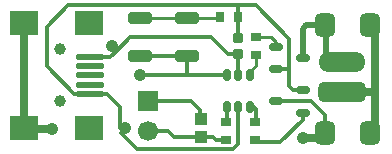
<source format=gtl>
G04*
G04 #@! TF.GenerationSoftware,Altium Limited,Altium Designer,21.4.1 (30)*
G04*
G04 Layer_Physical_Order=1*
G04 Layer_Color=255*
%FSLAX25Y25*%
%MOIN*%
G70*
G04*
G04 #@! TF.SameCoordinates,1EC51C1C-F771-4994-86DF-2D69714EE4D9*
G04*
G04*
G04 #@! TF.FilePolarity,Positive*
G04*
G01*
G75*
%ADD11C,0.01000*%
%ADD13R,0.09803X0.07913*%
G04:AMPARAMS|DCode=14|XSize=90.95mil|YSize=18.9mil|CornerRadius=4.72mil|HoleSize=0mil|Usage=FLASHONLY|Rotation=0.000|XOffset=0mil|YOffset=0mil|HoleType=Round|Shape=RoundedRectangle|*
%AMROUNDEDRECTD14*
21,1,0.09095,0.00945,0,0,0.0*
21,1,0.08150,0.01890,0,0,0.0*
1,1,0.00945,0.04075,-0.00472*
1,1,0.00945,-0.04075,-0.00472*
1,1,0.00945,-0.04075,0.00472*
1,1,0.00945,0.04075,0.00472*
%
%ADD14ROUNDEDRECTD14*%
G04:AMPARAMS|DCode=15|XSize=76.77mil|YSize=66.93mil|CornerRadius=16.73mil|HoleSize=0mil|Usage=FLASHONLY|Rotation=90.000|XOffset=0mil|YOffset=0mil|HoleType=Round|Shape=RoundedRectangle|*
%AMROUNDEDRECTD15*
21,1,0.07677,0.03347,0,0,90.0*
21,1,0.04331,0.06693,0,0,90.0*
1,1,0.03346,0.01673,0.02165*
1,1,0.03346,0.01673,-0.02165*
1,1,0.03346,-0.01673,-0.02165*
1,1,0.03346,-0.01673,0.02165*
%
%ADD15ROUNDEDRECTD15*%
G04:AMPARAMS|DCode=16|XSize=23.62mil|YSize=45.28mil|CornerRadius=5.91mil|HoleSize=0mil|Usage=FLASHONLY|Rotation=90.000|XOffset=0mil|YOffset=0mil|HoleType=Round|Shape=RoundedRectangle|*
%AMROUNDEDRECTD16*
21,1,0.02362,0.03347,0,0,90.0*
21,1,0.01181,0.04528,0,0,90.0*
1,1,0.01181,0.01673,0.00591*
1,1,0.01181,0.01673,-0.00591*
1,1,0.01181,-0.01673,-0.00591*
1,1,0.01181,-0.01673,0.00591*
%
%ADD16ROUNDEDRECTD16*%
%ADD17R,0.02756X0.03543*%
G04:AMPARAMS|DCode=18|XSize=78.74mil|YSize=39.37mil|CornerRadius=9.84mil|HoleSize=0mil|Usage=FLASHONLY|Rotation=0.000|XOffset=0mil|YOffset=0mil|HoleType=Round|Shape=RoundedRectangle|*
%AMROUNDEDRECTD18*
21,1,0.07874,0.01968,0,0,0.0*
21,1,0.05906,0.03937,0,0,0.0*
1,1,0.01968,0.02953,-0.00984*
1,1,0.01968,-0.02953,-0.00984*
1,1,0.01968,-0.02953,0.00984*
1,1,0.01968,0.02953,0.00984*
%
%ADD18ROUNDEDRECTD18*%
%ADD19R,0.03937X0.03937*%
%ADD20R,0.03543X0.02756*%
G04:AMPARAMS|DCode=21|XSize=35.43mil|YSize=31.5mil|CornerRadius=7.87mil|HoleSize=0mil|Usage=FLASHONLY|Rotation=180.000|XOffset=0mil|YOffset=0mil|HoleType=Round|Shape=RoundedRectangle|*
%AMROUNDEDRECTD21*
21,1,0.03543,0.01575,0,0,180.0*
21,1,0.01968,0.03150,0,0,180.0*
1,1,0.01575,-0.00984,0.00787*
1,1,0.01575,0.00984,0.00787*
1,1,0.01575,0.00984,-0.00787*
1,1,0.01575,-0.00984,-0.00787*
%
%ADD21ROUNDEDRECTD21*%
G04:AMPARAMS|DCode=22|XSize=23.62mil|YSize=39.37mil|CornerRadius=5.91mil|HoleSize=0mil|Usage=FLASHONLY|Rotation=180.000|XOffset=0mil|YOffset=0mil|HoleType=Round|Shape=RoundedRectangle|*
%AMROUNDEDRECTD22*
21,1,0.02362,0.02756,0,0,180.0*
21,1,0.01181,0.03937,0,0,180.0*
1,1,0.01181,-0.00591,0.01378*
1,1,0.01181,0.00591,0.01378*
1,1,0.01181,0.00591,-0.01378*
1,1,0.01181,-0.00591,-0.01378*
%
%ADD22ROUNDEDRECTD22*%
%ADD38C,0.01200*%
%ADD39C,0.02500*%
%ADD40C,0.02000*%
%ADD41C,0.03937*%
%ADD42C,0.06693*%
%ADD43R,0.06693X0.06693*%
%ADD44O,0.15748X0.06693*%
G04:AMPARAMS|DCode=45|XSize=157.48mil|YSize=66.93mil|CornerRadius=16.73mil|HoleSize=0mil|Usage=FLASHONLY|Rotation=180.000|XOffset=0mil|YOffset=0mil|HoleType=Round|Shape=RoundedRectangle|*
%AMROUNDEDRECTD45*
21,1,0.15748,0.03347,0,0,180.0*
21,1,0.12402,0.06693,0,0,180.0*
1,1,0.03346,-0.06201,0.01673*
1,1,0.03346,0.06201,0.01673*
1,1,0.03346,0.06201,-0.01673*
1,1,0.03346,-0.06201,-0.01673*
%
%ADD45ROUNDEDRECTD45*%
%ADD46C,0.04134*%
D11*
X184000Y138953D02*
X189032D01*
X190571Y137414D01*
Y135740D02*
Y137414D01*
X145172Y145398D02*
X171945D01*
X172047Y145500D01*
X184000Y133047D02*
X184000Y133047D01*
X184000Y129461D02*
Y133047D01*
X181740Y127201D02*
X184000Y129461D01*
X181740Y126413D02*
Y127201D01*
D13*
X128283Y108642D02*
D03*
Y143642D02*
D03*
X106590Y108642D02*
D03*
Y143642D02*
D03*
D14*
X128638Y126142D02*
D03*
Y129252D02*
D03*
Y132362D02*
D03*
Y123031D02*
D03*
Y119921D02*
D03*
D15*
X222047Y107000D02*
D03*
X206890D02*
D03*
X222047Y142913D02*
D03*
X206890D02*
D03*
D16*
X199429Y132000D02*
D03*
X190571Y128260D02*
D03*
Y135740D02*
D03*
X190571Y117500D02*
D03*
X199429Y121240D02*
D03*
Y113760D02*
D03*
D17*
X177953Y145500D02*
D03*
X172047D02*
D03*
D18*
X145172Y132602D02*
D03*
Y145398D02*
D03*
X160920Y132602D02*
D03*
Y145398D02*
D03*
D19*
X165500Y111453D02*
D03*
Y105547D02*
D03*
D20*
X174000Y110453D02*
D03*
Y104547D02*
D03*
X184000Y133047D02*
D03*
Y138953D02*
D03*
X183500Y110453D02*
D03*
Y104547D02*
D03*
D21*
X178000Y133244D02*
D03*
Y138756D02*
D03*
D22*
X174260Y115587D02*
D03*
X178000D02*
D03*
X181740D02*
D03*
Y126413D02*
D03*
X178000D02*
D03*
X174260D02*
D03*
D38*
X138927Y107037D02*
X144195Y101769D01*
X138583Y108465D02*
Y110138D01*
X160920Y126506D02*
Y132602D01*
X160827Y126413D02*
X174260D01*
X145311D02*
X160827D01*
X160920Y126506D01*
X145177Y126279D02*
X145311Y126413D01*
X165305Y111648D02*
Y114518D01*
Y111648D02*
X165500Y111453D01*
X148000Y117500D02*
X162323D01*
X165305Y114518D01*
X141976Y138976D02*
X168799D01*
X174531Y133244D01*
X137431Y134431D02*
X141976Y138976D01*
X174531Y133244D02*
X178000D01*
X206890Y107000D02*
Y112795D01*
X190571Y117500D02*
X202185D01*
X206890Y112795D01*
X114075Y142323D02*
X121260Y149508D01*
X178051D01*
X114075Y129331D02*
Y142323D01*
X134311Y119921D02*
X138583Y115650D01*
Y110138D02*
Y115650D01*
Y110138D02*
X138583Y110138D01*
X144195Y101769D02*
X176351D01*
X195000Y122500D02*
Y128000D01*
X114075Y129331D02*
X123381Y120025D01*
X128534D02*
X128638Y119921D01*
X123381Y120025D02*
X128534D01*
X195000Y128000D02*
Y138268D01*
X178051Y149508D02*
X183760D01*
X195000Y138268D01*
X177976Y138779D02*
Y145476D01*
Y138779D02*
X178000Y138756D01*
X177953Y145500D02*
X177976Y145476D01*
X177953Y149409D02*
X178051Y149508D01*
X177953Y145500D02*
Y149409D01*
X128638Y119921D02*
X134311D01*
X178000Y103418D02*
Y115587D01*
X176351Y101769D02*
X178000Y103418D01*
X136024Y135827D02*
X136035D01*
X137431Y134431D01*
X135362Y132362D02*
X137431Y134431D01*
X190571Y128260D02*
X194740D01*
X195000Y128000D01*
X199391Y121278D02*
X199429Y121240D01*
X196222Y121278D02*
X199391D01*
X195000Y122500D02*
X196222Y121278D01*
X169453Y105547D02*
X170453Y104547D01*
X174000D01*
X165500Y105547D02*
X169453D01*
X148000Y107500D02*
X154500D01*
X156453Y105547D02*
X165500D01*
X154500Y107500D02*
X156453Y105547D01*
X174000Y110453D02*
X174130Y110583D01*
Y115457D01*
X174260Y115587D01*
X184000Y110953D02*
Y114797D01*
X183500Y110453D02*
X184000Y110953D01*
X183297Y115500D02*
X184000Y114797D01*
X181827Y115500D02*
X183297D01*
X181740Y115587D02*
X181827Y115500D01*
X184000Y104047D02*
X192047D01*
X183500Y104547D02*
X184000Y104047D01*
X199429Y111429D02*
Y113760D01*
X192047Y104047D02*
X199429Y111429D01*
X178000Y126413D02*
Y132744D01*
Y126413D02*
X178000Y126413D01*
X128638Y132362D02*
X135362D01*
X145172Y132602D02*
X160920D01*
D39*
X106866Y108366D02*
X116043D01*
X106590Y108642D02*
X106866Y108366D01*
X106590Y108642D02*
Y143642D01*
X205106Y105217D02*
X206890Y107000D01*
X199409Y105217D02*
X205106D01*
X223524Y120571D02*
Y141437D01*
Y108476D02*
Y120571D01*
X223504Y120591D02*
X223524Y120571D01*
X212598Y120591D02*
X223504D01*
X222047Y142913D02*
X223524Y141437D01*
X222047Y107000D02*
X223524Y108476D01*
D40*
X200689Y142815D02*
X206791D01*
X206890Y142913D01*
X199429Y132000D02*
Y141555D01*
X200689Y142815D01*
X207152Y134109D02*
X207173Y134088D01*
X207152Y134109D02*
Y142651D01*
X206890Y142913D02*
X207152Y142651D01*
X207173Y132758D02*
Y134088D01*
Y132758D02*
X209341Y130591D01*
X212598D01*
D41*
X118500Y134783D02*
D03*
Y117500D02*
D03*
D42*
X148000Y107500D02*
D03*
D43*
Y117500D02*
D03*
D44*
X212598Y130591D02*
D03*
D45*
Y120591D02*
D03*
D46*
X145177Y126279D02*
D03*
X140354Y108465D02*
D03*
X116043Y108366D02*
D03*
X136024Y135827D02*
D03*
X199409Y105217D02*
D03*
M02*

</source>
